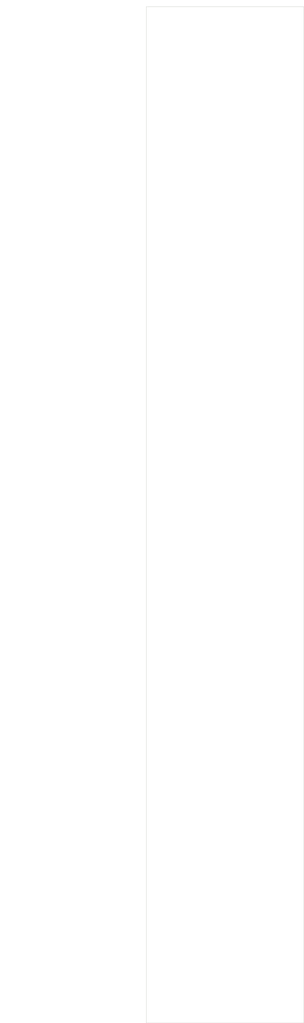
<source format=kicad_pcb>
(kicad_pcb (version 20240108) (generator "pcbnew") (generator_version "8.0")
  (layers (0 "F.Cu" signal) (31 "B.Cu" signal) (34 "B.Paste" user) (35 "F.Paste" user) (36 "B.SilkS" user "B.Silkscreen") (37 "F.SilkS" user "F.Silkscreen") (38 "B.Mask" user) (39 "F.Mask" user) (44 "Edge.Cuts" user))
  (net 0 "")
  (footprint "" (layer "F.Cu") (at 85.09 75.311)
    (property "Reference" "" (at 0 0 0) (layer "F.SilkS") (effects (font (size 1.27 1.27))))
    (property "Value" "")
    (pad "" np_thru_hole oval (at 0 0) (size 9 3.3) (drill oval 9 3.3) (layers "F&B.Cu" "*.Mask"))
  )
  (footprint "Computie_Mechanical:FrontPanel_PlasticCollar_Hole_2.7mm_M2.5_Pair" (layer "F.Cu") (at 76.2 38.1)
    (property "Reference" "REF**" (hide yes))
    (property "Value" "FrontPanel_PlasticCollar_Hole_2.7mm_M2.5_Pair")
    (pad "" np_thru_hole oval (at 7.62 3) (size 6 3.3) (drill oval 6 3.3) (layers "F&B.Cu" "*.Mask"))
    (pad "" np_thru_hole oval (at 7.62 125.5) (size 6 3.3) (drill oval 6 3.3) (layers "F&B.Cu" "*.Mask"))
  )
  (footprint "Computie_Mechanical:FrontPanel_PCBHolder_MountingHole_2.7mm_M2.5_Pair" (layer "F.Cu") (at 76.2 38.1)
    (property "Reference" "REF**" (hide yes))
    (property "Value" "MountingHole_2.7mm_M2.5")
    (pad "" np_thru_hole circle (at 7.62 14.3) (size 2.7 2.7) (drill 2.7) (layers "F&B.Cu" "*.Mask"))
    (pad "" np_thru_hole circle (at 7.62 114.2) (size 2.7 2.7) (drill 2.7) (layers "F&B.Cu" "*.Mask"))
  )
  (footprint "" (layer "F.Cu") (at 85.09 68.453)
    (property "Reference" "" (at 0 0 0) (layer "F.SilkS") (effects (font (size 1.27 1.27))))
    (property "Value" "")
    (pad "" np_thru_hole oval (at 0 0) (size 9 3.3) (drill oval 9 3.3) (layers "F&B.Cu" "*.Mask"))
  )
  (footprint "" (layer "F.Cu") (at 85.09 85.344)
    (property "Reference" "" (at 0 0 0) (layer "F.SilkS") (effects (font (size 1.27 1.27))))
    (property "Value" "")
    (pad "" np_thru_hole oval (at 0 0) (size 9 3.3) (drill oval 9 3.3) (layers "F&B.Cu" "*.Mask"))
  )
  (gr_rect (start 76.4 38.1) (end 96.32 166.6) (stroke (width 0.05)) (fill none) (layer "Edge.Cuts"))
)
</source>
